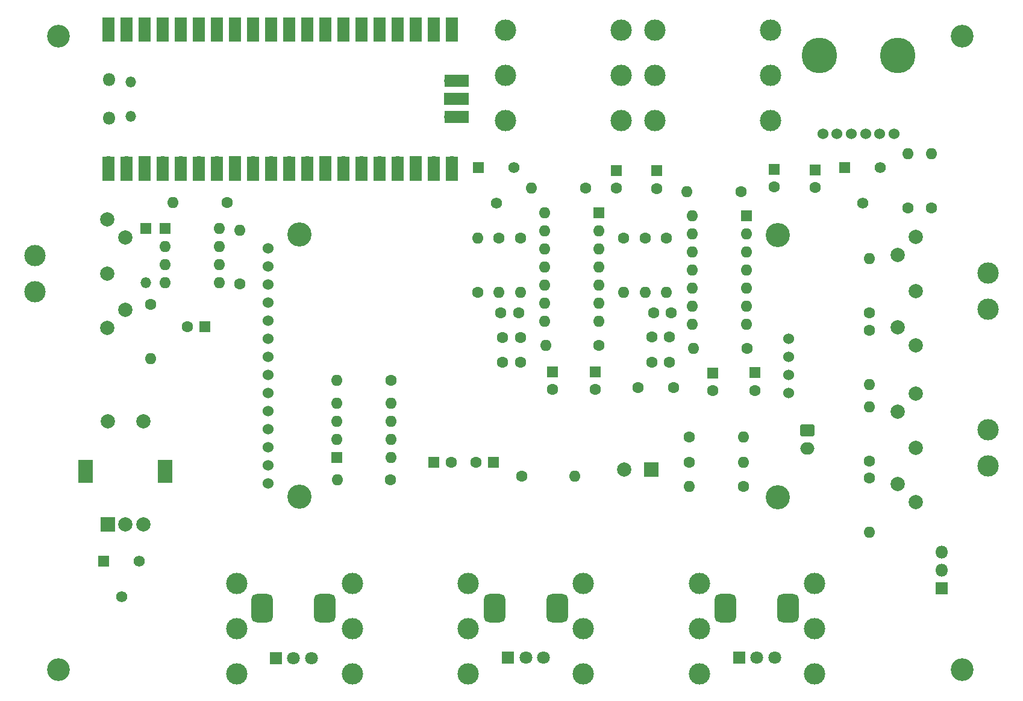
<source format=gts>
G04 #@! TF.GenerationSoftware,KiCad,Pcbnew,6.0.11+dfsg-1~bpo11+1*
G04 #@! TF.CreationDate,2023-02-20T22:13:45+01:00*
G04 #@! TF.ProjectId,v1,76312e6b-6963-4616-945f-706362585858,rev?*
G04 #@! TF.SameCoordinates,Original*
G04 #@! TF.FileFunction,Soldermask,Top*
G04 #@! TF.FilePolarity,Negative*
%FSLAX46Y46*%
G04 Gerber Fmt 4.6, Leading zero omitted, Abs format (unit mm)*
G04 Created by KiCad (PCBNEW 6.0.11+dfsg-1~bpo11+1) date 2023-02-20 22:13:45*
%MOMM*%
%LPD*%
G01*
G04 APERTURE LIST*
G04 Aperture macros list*
%AMRoundRect*
0 Rectangle with rounded corners*
0 $1 Rounding radius*
0 $2 $3 $4 $5 $6 $7 $8 $9 X,Y pos of 4 corners*
0 Add a 4 corners polygon primitive as box body*
4,1,4,$2,$3,$4,$5,$6,$7,$8,$9,$2,$3,0*
0 Add four circle primitives for the rounded corners*
1,1,$1+$1,$2,$3*
1,1,$1+$1,$4,$5*
1,1,$1+$1,$6,$7*
1,1,$1+$1,$8,$9*
0 Add four rect primitives between the rounded corners*
20,1,$1+$1,$2,$3,$4,$5,0*
20,1,$1+$1,$4,$5,$6,$7,0*
20,1,$1+$1,$6,$7,$8,$9,0*
20,1,$1+$1,$8,$9,$2,$3,0*%
G04 Aperture macros list end*
%ADD10R,1.800000X1.800000*%
%ADD11O,1.800000X1.800000*%
%ADD12R,1.560000X1.560000*%
%ADD13C,1.560000*%
%ADD14C,5.000000*%
%ADD15C,1.524000*%
%ADD16C,3.200000*%
%ADD17C,1.800000*%
%ADD18RoundRect,0.750000X0.750000X-1.250000X0.750000X1.250000X-0.750000X1.250000X-0.750000X-1.250000X0*%
%ADD19O,1.500000X1.500000*%
%ADD20R,1.700000X3.500000*%
%ADD21O,1.700000X1.700000*%
%ADD22R,1.700000X1.700000*%
%ADD23R,3.500000X1.700000*%
%ADD24C,3.400000*%
%ADD25C,2.000000*%
%ADD26R,2.000000X3.200000*%
%ADD27R,2.000000X2.000000*%
%ADD28C,1.600000*%
%ADD29O,1.600000X1.600000*%
%ADD30R,1.600000X1.600000*%
%ADD31C,3.000000*%
%ADD32RoundRect,0.250000X-0.750000X0.600000X-0.750000X-0.600000X0.750000X-0.600000X0.750000X0.600000X0*%
%ADD33O,2.000000X1.700000*%
%ADD34R,1.500000X1.500000*%
G04 APERTURE END LIST*
D10*
X225673000Y-123190000D03*
D11*
X225673000Y-120650000D03*
X225673000Y-118110000D03*
D12*
X212090000Y-64135000D03*
D13*
X214590000Y-69135000D03*
X217090000Y-64135000D03*
D12*
X160608000Y-64135000D03*
D13*
X163108000Y-69135000D03*
X165608000Y-64135000D03*
D12*
X107950000Y-119380000D03*
D13*
X110450000Y-124380000D03*
X112950000Y-119380000D03*
D14*
X208500000Y-48375000D03*
X219500000Y-48375000D03*
D15*
X217000000Y-59375000D03*
X215000000Y-59375000D03*
X213000000Y-59375000D03*
X219000000Y-59375000D03*
X209000000Y-59375000D03*
X211000000Y-59375000D03*
D16*
X101600000Y-45620000D03*
X228600000Y-45620000D03*
X101600000Y-134620000D03*
X228600000Y-134620000D03*
D10*
X164740000Y-132975000D03*
D17*
X167240000Y-132975000D03*
X169740000Y-132975000D03*
D18*
X171640000Y-125975000D03*
X162840000Y-125975000D03*
X195335000Y-125975000D03*
X204135000Y-125975000D03*
D17*
X202235000Y-132975000D03*
X199735000Y-132975000D03*
D10*
X197235000Y-132975000D03*
D11*
X108724000Y-57208000D03*
D19*
X111754000Y-56908000D03*
X111754000Y-52058000D03*
D11*
X108724000Y-51758000D03*
D20*
X108594000Y-64273000D03*
D21*
X108594000Y-63373000D03*
D20*
X111134000Y-64273000D03*
D21*
X111134000Y-63373000D03*
D22*
X113674000Y-63373000D03*
D20*
X113674000Y-64273000D03*
X116214000Y-64273000D03*
D21*
X116214000Y-63373000D03*
X118754000Y-63373000D03*
D20*
X118754000Y-64273000D03*
D21*
X121294000Y-63373000D03*
D20*
X121294000Y-64273000D03*
X123834000Y-64273000D03*
D21*
X123834000Y-63373000D03*
D20*
X126374000Y-64273000D03*
D22*
X126374000Y-63373000D03*
D21*
X128914000Y-63373000D03*
D20*
X128914000Y-64273000D03*
X131454000Y-64273000D03*
D21*
X131454000Y-63373000D03*
D20*
X133994000Y-64273000D03*
D21*
X133994000Y-63373000D03*
X136534000Y-63373000D03*
D20*
X136534000Y-64273000D03*
X139074000Y-64273000D03*
D22*
X139074000Y-63373000D03*
D20*
X141614000Y-64273000D03*
D21*
X141614000Y-63373000D03*
D20*
X144154000Y-64273000D03*
D21*
X144154000Y-63373000D03*
X146694000Y-63373000D03*
D20*
X146694000Y-64273000D03*
D21*
X149234000Y-63373000D03*
D20*
X149234000Y-64273000D03*
D22*
X151774000Y-63373000D03*
D20*
X151774000Y-64273000D03*
D21*
X154314000Y-63373000D03*
D20*
X154314000Y-64273000D03*
D21*
X156854000Y-63373000D03*
D20*
X156854000Y-64273000D03*
X156854000Y-44693000D03*
D21*
X156854000Y-45593000D03*
X154314000Y-45593000D03*
D20*
X154314000Y-44693000D03*
D22*
X151774000Y-45593000D03*
D20*
X151774000Y-44693000D03*
X149234000Y-44693000D03*
D21*
X149234000Y-45593000D03*
D20*
X146694000Y-44693000D03*
D21*
X146694000Y-45593000D03*
X144154000Y-45593000D03*
D20*
X144154000Y-44693000D03*
D21*
X141614000Y-45593000D03*
D20*
X141614000Y-44693000D03*
D22*
X139074000Y-45593000D03*
D20*
X139074000Y-44693000D03*
X136534000Y-44693000D03*
D21*
X136534000Y-45593000D03*
D20*
X133994000Y-44693000D03*
D21*
X133994000Y-45593000D03*
D20*
X131454000Y-44693000D03*
D21*
X131454000Y-45593000D03*
D20*
X128914000Y-44693000D03*
D21*
X128914000Y-45593000D03*
D22*
X126374000Y-45593000D03*
D20*
X126374000Y-44693000D03*
X123834000Y-44693000D03*
D21*
X123834000Y-45593000D03*
D20*
X121294000Y-44693000D03*
D21*
X121294000Y-45593000D03*
D20*
X118754000Y-44693000D03*
D21*
X118754000Y-45593000D03*
X116214000Y-45593000D03*
D20*
X116214000Y-44693000D03*
X113674000Y-44693000D03*
D22*
X113674000Y-45593000D03*
D21*
X111134000Y-45593000D03*
D20*
X111134000Y-44693000D03*
D21*
X108594000Y-45593000D03*
D20*
X108594000Y-44693000D03*
D23*
X157524000Y-57023000D03*
D21*
X156624000Y-57023000D03*
D22*
X156624000Y-54483000D03*
D23*
X157524000Y-54483000D03*
D21*
X156624000Y-51943000D03*
D23*
X157524000Y-51943000D03*
D15*
X204150000Y-95810000D03*
X204150000Y-93270000D03*
X204150000Y-90730000D03*
X204150000Y-88190000D03*
X131020000Y-108510000D03*
X131020000Y-105970000D03*
X131020000Y-103430000D03*
X131020000Y-100890000D03*
X131020000Y-98350000D03*
X131020000Y-95810000D03*
X131020000Y-93270000D03*
X131020000Y-90730000D03*
X131020000Y-88190000D03*
X131020000Y-85650000D03*
X131020000Y-83110000D03*
X131020000Y-80570000D03*
X131020000Y-78030000D03*
X131020000Y-75490000D03*
D24*
X135430000Y-110310000D03*
X202650000Y-73610000D03*
X135430000Y-73510000D03*
X202650000Y-110410000D03*
D18*
X130220000Y-126000000D03*
X139020000Y-126000000D03*
D17*
X137120000Y-133000000D03*
X134620000Y-133000000D03*
D10*
X132120000Y-133000000D03*
D25*
X108500000Y-99750000D03*
X113500000Y-99750000D03*
D26*
X105400000Y-106750000D03*
X116600000Y-106750000D03*
D25*
X111000000Y-114250000D03*
X113500000Y-114250000D03*
D27*
X108500000Y-114250000D03*
D28*
X177550000Y-89125000D03*
D29*
X170050000Y-89125000D03*
D30*
X177500000Y-70500000D03*
D29*
X177500000Y-73040000D03*
X177500000Y-75580000D03*
X177500000Y-78120000D03*
X177500000Y-80660000D03*
X177500000Y-83200000D03*
X177500000Y-85740000D03*
X169880000Y-85740000D03*
X169880000Y-83200000D03*
X169880000Y-80660000D03*
X169880000Y-78120000D03*
X169880000Y-75580000D03*
X169880000Y-73040000D03*
X169880000Y-70500000D03*
D28*
X127070000Y-80450000D03*
D29*
X127070000Y-72950000D03*
D28*
X166649800Y-107500000D03*
D29*
X174149800Y-107500000D03*
D30*
X162730400Y-105500000D03*
D28*
X160230400Y-105500000D03*
D30*
X179954000Y-64500000D03*
D28*
X179954000Y-67000000D03*
X164000000Y-88000000D03*
X166500000Y-88000000D03*
X166250000Y-84500000D03*
X163750000Y-84500000D03*
D30*
X199430000Y-92923800D03*
D28*
X199430000Y-95423800D03*
D31*
X164385000Y-57475000D03*
X180615000Y-57475000D03*
X164385000Y-44775000D03*
X180615000Y-44775000D03*
X164385000Y-51125000D03*
X180615000Y-51125000D03*
D28*
X166500000Y-91500000D03*
X164000000Y-91500000D03*
D31*
X142850000Y-122500000D03*
X126620000Y-122500000D03*
X142850000Y-135200000D03*
X126620000Y-135200000D03*
X142850000Y-128850000D03*
X126620000Y-128850000D03*
D28*
X190190000Y-105500000D03*
D29*
X197810000Y-105500000D03*
D32*
X206810000Y-101070000D03*
D33*
X206810000Y-103570000D03*
D28*
X184000000Y-74000000D03*
D29*
X184000000Y-81620000D03*
D28*
X125310000Y-69000000D03*
D29*
X117690000Y-69000000D03*
D28*
X215500000Y-84500000D03*
D29*
X215500000Y-76880000D03*
D30*
X202184000Y-64329700D03*
D28*
X202184000Y-66829700D03*
X215500000Y-107690000D03*
D29*
X215500000Y-115310000D03*
D28*
X160500000Y-81620000D03*
D29*
X160500000Y-74000000D03*
D31*
X201615000Y-51125000D03*
X185385000Y-51125000D03*
X201615000Y-44775000D03*
X185385000Y-44775000D03*
X201615000Y-57475000D03*
X185385000Y-57475000D03*
D30*
X140700000Y-104800000D03*
D29*
X140700000Y-102260000D03*
X140700000Y-99720000D03*
X140700000Y-97180000D03*
X148320000Y-97180000D03*
X148320000Y-99720000D03*
X148320000Y-102260000D03*
X148320000Y-104800000D03*
D34*
X113870000Y-72685000D03*
D19*
X113870000Y-80305000D03*
D28*
X197810000Y-108910000D03*
D29*
X190190000Y-108910000D03*
D28*
X163500000Y-74000000D03*
D29*
X163500000Y-81620000D03*
D28*
X187450000Y-91500000D03*
X184950000Y-91500000D03*
D27*
X184870700Y-106500000D03*
D25*
X181070700Y-106500000D03*
D28*
X148250000Y-108000000D03*
D29*
X140750000Y-108000000D03*
D30*
X122161400Y-86500000D03*
D28*
X119661400Y-86500000D03*
D30*
X177000000Y-92794900D03*
D28*
X177000000Y-95294900D03*
D30*
X198300000Y-70875000D03*
D29*
X198300000Y-73415000D03*
X198300000Y-75955000D03*
X198300000Y-78495000D03*
X198300000Y-81035000D03*
X198300000Y-83575000D03*
X198300000Y-86115000D03*
X190680000Y-86115000D03*
X190680000Y-83575000D03*
X190680000Y-81035000D03*
X190680000Y-78495000D03*
X190680000Y-75955000D03*
X190680000Y-73415000D03*
X190680000Y-70875000D03*
D30*
X207889000Y-64444000D03*
D28*
X207889000Y-66944000D03*
X215500000Y-105310000D03*
D29*
X215500000Y-97690000D03*
D30*
X193500000Y-92974400D03*
D28*
X193500000Y-95474400D03*
X197485000Y-67500000D03*
D29*
X189865000Y-67500000D03*
D28*
X187450000Y-87920000D03*
X184950000Y-87920000D03*
X166500000Y-74000000D03*
D29*
X166500000Y-81620000D03*
D28*
X215500000Y-87000000D03*
D29*
X215500000Y-94620000D03*
D28*
X148310000Y-94000000D03*
D29*
X140690000Y-94000000D03*
D30*
X171000000Y-92810700D03*
D28*
X171000000Y-95310700D03*
X114554000Y-83312000D03*
D29*
X114554000Y-90932000D03*
D28*
X188000000Y-95000000D03*
X183000000Y-95000000D03*
X187000000Y-74000000D03*
D29*
X187000000Y-81620000D03*
D31*
X98285000Y-81540000D03*
X98285000Y-76460000D03*
D25*
X110985000Y-84080000D03*
X110985000Y-73920000D03*
X108445000Y-86620000D03*
X108445000Y-79000000D03*
X108445000Y-71380000D03*
D28*
X224290000Y-69810000D03*
D29*
X224290000Y-62190000D03*
D28*
X220980000Y-69810000D03*
D29*
X220980000Y-62190000D03*
D30*
X154294900Y-105500000D03*
D28*
X156794900Y-105500000D03*
D30*
X185674000Y-64575300D03*
D28*
X185674000Y-67075300D03*
D30*
X116570000Y-72700000D03*
D29*
X116570000Y-75240000D03*
X116570000Y-77780000D03*
X116570000Y-80320000D03*
X124190000Y-80320000D03*
X124190000Y-77780000D03*
X124190000Y-75240000D03*
X124190000Y-72700000D03*
D28*
X185200000Y-84500000D03*
X187700000Y-84500000D03*
D31*
X232215000Y-84040000D03*
X232215000Y-78960000D03*
D25*
X219515000Y-76420000D03*
X219515000Y-86580000D03*
X222055000Y-73880000D03*
X222055000Y-81500000D03*
X222055000Y-89120000D03*
D31*
X191620000Y-128850000D03*
X207850000Y-128850000D03*
X191620000Y-135200000D03*
X207850000Y-135200000D03*
X191620000Y-122500000D03*
X207850000Y-122500000D03*
D28*
X190190000Y-102000000D03*
D29*
X197810000Y-102000000D03*
D31*
X159120000Y-128850000D03*
X175350000Y-128850000D03*
X159120000Y-135200000D03*
X175350000Y-135200000D03*
X159120000Y-122500000D03*
X175350000Y-122500000D03*
D28*
X181000000Y-74000000D03*
D29*
X181000000Y-81620000D03*
D31*
X232215000Y-100960000D03*
X232215000Y-106040000D03*
D25*
X219515000Y-98420000D03*
X219515000Y-108580000D03*
X222055000Y-95880000D03*
X222055000Y-103500000D03*
X222055000Y-111120000D03*
D28*
X198350000Y-89500000D03*
D29*
X190850000Y-89500000D03*
X168021000Y-67000000D03*
D28*
X175641000Y-67000000D03*
M02*

</source>
